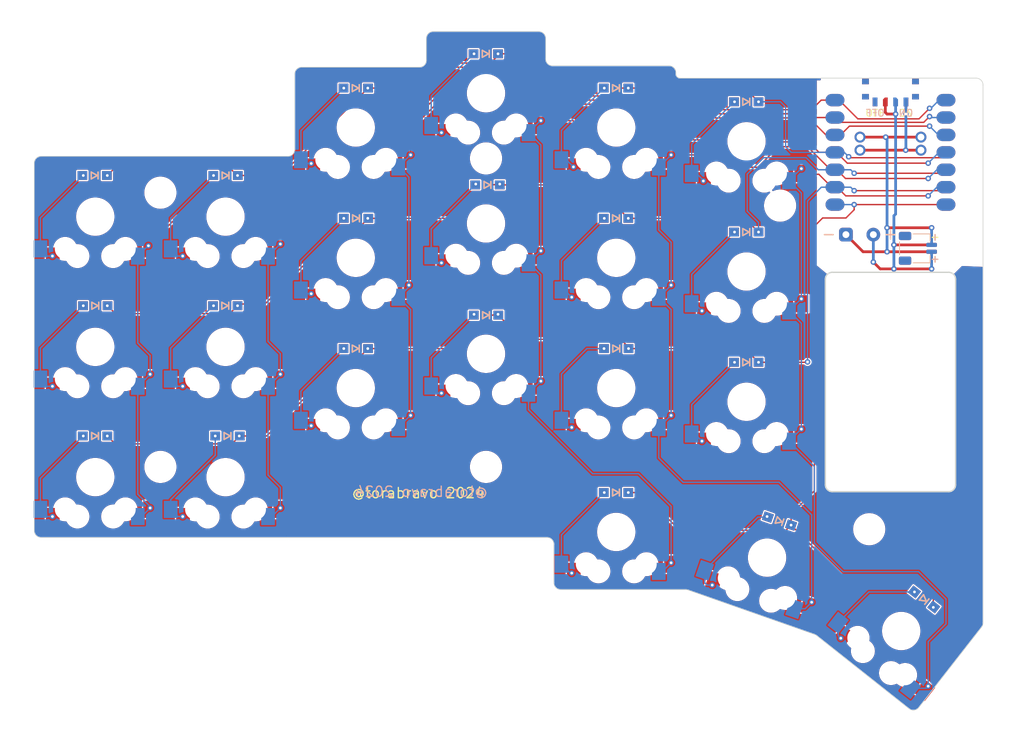
<source format=kicad_pcb>
(kicad_pcb (version 20240108) (generator "pcbnew") (generator_version "8.0")
  (layers (0 "F.Cu" signal) (31 "B.Cu" signal) (34 "B.Paste" user) (35 "F.Paste" user) (36 "B.SilkS" user "B.Silkscreen") (37 "F.SilkS" user "F.Silkscreen") (38 "B.Mask" user) (39 "F.Mask" user) (44 "Edge.Cuts" user))
  (net 0 "")
  (net 1 "R0")
  (net 2 "Net-(D1-A)")
  (net 3 "Net-(D2-A)")
  (net 4 "Net-(D3-A)")
  (net 5 "Net-(D4-A)")
  (net 6 "Net-(D5-A)")
  (net 7 "Net-(D6-A)")
  (net 8 "R1")
  (net 9 "Net-(D7-A)")
  (net 10 "Net-(D8-A)")
  (net 11 "Net-(D9-A)")
  (net 12 "Net-(D10-A)")
  (net 13 "Net-(D11-A)")
  (net 14 "Net-(D12-A)")
  (net 15 "R2")
  (net 16 "Net-(D13-A)")
  (net 17 "Net-(D14-A)")
  (net 18 "Net-(D15-A)")
  (net 19 "Net-(D16-A)")
  (net 20 "Net-(D17-A)")
  (net 21 "Net-(D18-A)")
  (net 22 "R3")
  (net 23 "Net-(D19-A)")
  (net 24 "Net-(D20-A)")
  (net 25 "Net-(D21-A)")
  (net 26 "Net-(J1-Pin_1)")
  (net 27 "B-")
  (net 28 "B+")
  (net 30 "C0")
  (net 31 "C1")
  (net 32 "C2")
  (net 33 "C3")
  (net 34 "C4")
  (net 35 "C5")
  (net 37 "+3V3")
  (net 38 "GND")
  (net 39 "+5V")
  (footprint "one:KS-27_KS-33_Hotswap_1U_DUAL" (layer "F.Cu") (at 202.067138 135.94196 -38)
    (property "Reference" "SW21")
    (property "Value" "SW_SPST" (hide yes))
  )
  (footprint "one:KS-27_KS-33_Hotswap_1U_DUAL" (layer "F.Cu") (at 122.5 81.5)
    (property "Reference" "SW9")
    (property "Value" "SW_SPST" (hide yes))
  )
  (footprint "one:Hole_4.2mm" (layer "F.Cu") (at 94 112)
    (property "Reference" "H2" (hide yes))
    (property "Value" "MountingHole" (hide yes))
  )
  (footprint "one:Hole_4.2mm" (layer "F.Cu") (at 94 72)
    (property "Reference" "H1" (hide yes))
    (property "Value" "MountingHole" (hide yes))
  )
  (footprint "one:KS-27_KS-33_Hotswap_1U_DUAL" (layer "F.Cu") (at 182.5 125.24097 -19)
    (property "Reference" "SW20")
    (property "Value" "SW_SPST" (hide yes))
  )
  (footprint "one:JST_SH_Battery_DUAL" (layer "F.Cu") (at 204.5 80.11597 -90)
    (property "Reference" "J2" (hide yes))
    (property "Value" "BATT")
  )
  (footprint "one:KS-27_KS-33_Hotswap_1U_DUAL" (layer "F.Cu") (at 103.5 75.5)
    (property "Reference" "SW2")
    (property "Value" "SW_SPST" (hide yes))
  )
  (footprint "one:Hole_4.2mm" (layer "F.Cu") (at 197.4 121.09097)
    (property "Reference" "" (hide yes))
    (property "Value" "MountingHole" (hide yes))
  )
  (footprint "one:KS-27_KS-33_Hotswap_1U_DUAL" (layer "F.Cu") (at 84.5 94.49097)
    (property "Reference" "SW7")
    (property "Value" "SW_SPST" (hide yes))
  )
  (footprint "one:KS-27_KS-33_Hotswap_1U_DUAL" (layer "F.Cu") (at 160.5 62.5)
    (property "Reference" "SW5")
    (property "Value" "SW_SPST" (hide yes))
  )
  (footprint "one:KS-27_KS-33_Hotswap_1U_DUAL" (layer "F.Cu") (at 122.5 100.5)
    (property "Reference" "SW15")
    (property "Value" "SW_SPST" (hide yes))
  )
  (footprint "one:KS-27_KS-33_Hotswap_1U_DUAL" (layer "F.Cu") (at 179.5 83.5)
    (property "Reference" "SW12")
    (property "Value" "SW_SPST" (hide yes))
  )
  (footprint "one:XIAO_nRF52840_DUAL" (layer "F.Cu") (at 200.5 55.616046)
    (property "Reference" "U1" (hide yes))
    (property "Value" "XIAO_nRF52840" (hide yes))
  )
  (footprint "one:Battery" (layer "F.Cu") (at 196 78.11597 180)
    (property "Reference" "J1" (hide yes))
    (property "Value" "BATT" (hide yes))
  )
  (footprint "one:Hole_4.2mm" (layer "F.Cu") (at 141.5 112)
    (property "Reference" "H3" (hide yes))
    (property "Value" "MountingHole" (hide yes))
  )
  (footprint "one:KS-27_KS-33_Hotswap_1U_DUAL" (layer "F.Cu") (at 179.5 64.5)
    (property "Reference" "SW6")
    (property "Value" "SW_SPST" (hide yes))
  )
  (footprint "one:KS-27_KS-33_Hotswap_1U_DUAL" (layer "F.Cu") (at 160.5 100.5)
    (property "Reference" "SW17")
    (property "Value" "SW_SPST" (hide yes))
  )
  (footprint "one:KS-27_KS-33_Hotswap_1U_DUAL" (layer "F.Cu") (at 160.5 81.5)
    (property "Reference" "SW11")
    (property "Value" "SW_SPST" (hide yes))
  )
  (footprint "one:KS-27_KS-33_Hotswap_1U_DUAL" (layer "F.Cu") (at 122.5 62.5)
    (property "Reference" "SW3")
    (property "Value" "SW_SPST" (hide yes))
  )
  (footprint "one:KS-27_KS-33_Hotswap_1U_DUAL" (layer "F.Cu") (at 179.5 102.5)
    (property "Reference" "SW18")
    (property "Value" "SW_SPST" (hide yes))
  )
  (footprint "one:KS-27_KS-33_Hotswap_1U_DUAL" (layer "F.Cu") (at 103.5 94.49097)
    (property "Reference" "SW8")
    (property "Value" "SW_SPST" (hide yes))
  )
  (footprint "one:KS-27_KS-33_Hotswap_1U_DUAL" (layer "F.Cu") (at 141.5 57.49097)
    (property "Reference" "SW4")
    (property "Value" "SW_SPST" (hide yes))
  )
  (footprint "one:KS-27_KS-33_Hotswap_1U_DUAL" (layer "F.Cu") (at 160.5 121.49097)
    (property "Reference" "SW19")
    (property "Value" "SW_SPST" (hide yes))
  )
  (footprint "one:KS-27_KS-33_Hotswap_1U_DUAL" (layer "F.Cu") (at 84.5 75.5)
    (property "Reference" "SW1")
    (property "Value" "SW_SPST" (hide yes))
  )
  (footprint "one:KS-27_KS-33_Hotswap_1U_DUAL" (layer "F.Cu") (at 141.5 95.5)
    (property "Reference" "SW16")
    (property "Value" "SW_SPST" (hide yes))
  )
  (footprint "one:KS-27_KS-33_Hotswap_1U_DUAL" (layer "F.Cu") (at 103.5 113.5)
    (property "Reference" "SW14")
    (property "Value" "SW_SPST" (hide yes))
  )
  (footprint "one:Hole_4.2mm" (layer "F.Cu") (at 184.4 73.89097)
    (property "Reference" "H3" (hide yes))
    (property "Value" "MountingHole" (hide yes))
  )
  (footprint "one:KS-27_KS-33_Hotswap_1U_DUAL" (layer "F.Cu") (at 84.5 113.49097)
    (property "Reference" "SW13")
    (property "Value" "SW_SPST" (hide yes))
  )
  (footprint "one:KS-27_KS-33_Hotswap_1U_DUAL" (layer "F.Cu") (at 141.5 76.49097)
    (property "Reference" "SW10")
    (property "Value" "SW_SPST" (hide yes))
  )
  (footprint "one:Hole_4.2mm" (layer "F.Cu") (at 141.5 67)
    (property "Reference" "H3" (hide yes))
    (property "Value" "MountingHole" (hide yes))
  )
  (footprint "one:Diode_TH_SMD_DUAL" (layer "B.Cu") (at 184.309886 119.909017 161)
    (property "Reference" "D20" (hide yes))
    (property "Value" "D_Small" (hide yes))
  )
  (footprint "one:Diode_TH_SMD_DUAL" (layer "B.Cu") (at 179.4625 96.74097 180)
    (property "Reference" "D18" (hide yes))
    (property "Value" "D_Small" (hide yes))
  )
  (footprint "one:Diode_TH_SMD_DUAL" (layer "B.Cu") (at 205.408569 131.341465 142)
    (property "Reference" "D21" (hide yes))
    (property "Value" "D_Small" (hide yes))
  )
  (footprint "one:Diode_TH_SMD_DUAL" (layer "B.Cu") (at 160.4625 115.74097 180)
    (property "Reference" "D19" (hide yes))
    (property "Value" "D_Small" (hide yes))
  )
  (footprint "one:Diode_TH_SMD_DUAL" (layer "B.Cu") (at 103.5 69.49097 180)
    (property "Reference" "D2" (hide yes))
    (property "Value" "D_Small" (hide yes))
  )
  (footprint "one:Diode_TH_SMD_DUAL" (layer "B.Cu") (at 103.4625 88.49097 180)
    (property "Reference" "D8" (hide yes))
    (property "Value" "D_Small" (hide yes))
  )
  (footprint "one:Diode_TH_SMD_DUAL" (layer "B.Cu") (at 160.5 94.74097 180)
    (property "Reference" "D17" (hide yes))
    (property "Value" "D_Small" (hide yes))
  )
  (footprint "one:Diode_TH_SMD_DUAL" (layer "B.Cu") (at 179.4625 58.74097 180)
    (property "Reference" "D6" (hide yes))
    (property "Value" "D_Small" (hide yes))
  )
  (footprint "one:Diode_TH_SMD_DUAL" (layer "B.Cu") (at 84.5 88.49097 180)
    (property "Reference" "D7" (hide yes))
    (property "Value" "D_Small" (hide yes))
  )
  (footprint "one:Diode_TH_SMD_DUAL" (layer "B.Cu") (at 179.4625 77.74097 180)
    (property "Reference" "D12" (hide yes))
    (property "Value" "D_Small" (hide yes))
  )
  (footprint "one:Diode_TH_SMD_DUAL" (layer "B.Cu") (at 141.4625 51.74097 180)
    (property "Reference" "D4" (hide yes))
    (property "Value" "D_Small" (hide yes))
  )
  (footprint "one:Diode_TH_SMD_DUAL" (layer "B.Cu") (at 141.7125 70.86597 180)
    (property "Reference" "D10" (hide yes))
    (property "Value" "D_Small" (hide yes))
  )
  (footprint "one:Diode_TH_SMD_DUAL" (layer "B.Cu") (at 160.4625 56.74097 180)
    (property "Reference" "D5" (hide yes))
    (property "Value" "D_Small" (hide yes))
  )
  (footprint "one:Diode_TH_SMD_DUAL" (layer "B.Cu") (at 122.5 56.74097 180)
    (property "Reference" "D3" (hide yes))
    (property "Value" "D_Small" (hide yes))
  )
  (footprint "one:Diode_TH_SMD_DUAL" (layer "B.Cu") (at 141.5 89.86597 180)
    (property "Reference" "D16" (hide yes))
    (property "Value" "D_Small" (hide yes))
  )
  (footprint "one:Diode_TH_SMD_DUAL" (layer "B.Cu") (at 84.4625 107.49097 180)
    (property "Reference" "D13" (hide yes))
    (property "Value" "D_Small" (hide yes))
  )
  (footprint "one:Diode_TH_SMD_DUAL" (layer "B.Cu") (at 160.4625 75.74097 180)
    (property "Reference" "D11" (hide yes))
    (property "Value" "D_Small" (hide yes))
  )
  (footprint "one:MSK-12C02_DUAL" (layer "B.Cu") (at 200.5 55.616046 180)
    (property "Reference" "PWR1" (hide yes))
    (property "Value" "SW_SPDT")
  )
  (footprint "one:Diode_TH_SMD_DUAL" (layer "B.Cu") (at 122.5375 75.74097 180)
    (property "Reference" "D9" (hide yes))
    (property "Value" "D_Small" (hide yes))
  )
  (footprint "one:Diode_TH_SMD_DUAL" (layer "B.Cu") (at 84.4 69.49097 180)
    (property "Reference" "D1" (hide yes))
    (property "Value" "D_Small" (hide yes))
  )
  (footprint "one:Diode_TH_SMD_DUAL" (layer "B.Cu") (at 122.5 94.74097 180)
    (property "Reference" "D15" (hide yes))
    (property "Value" "D_Small" (hide yes))
  )
  (footprint "one:Diode_TH_SMD_DUAL" (layer "B.Cu") (at 103.7875 107.49097 180)
    (property "Reference" "D14" (hide yes))
    (property "Value" "D_Small" (hide yes))
  )
  (gr_arc (start 75.6 67.69097) (mid 75.892904 66.983883) (end 76.6 66.69097) (stroke (width 0.1)) (layer "Edge.Cuts"))
  (gr_line (start 132.8 49.49097) (end 132.8 52.69097) (stroke (width 0.1)) (layer "Edge.Cuts"))
  (gr_arc (start 113.6 54.69097) (mid 113.892893 53.983863) (end 114.6 53.69097) (stroke (width 0.1)) (layer "Edge.Cuts"))
  (gr_arc (start 191 84.61597) (mid 191.292893 83.908864) (end 192 83.61597) (stroke (width 0.2)) (layer "Edge.Cuts"))
  (gr_line (start 113.6 54.69097) (end 113.6 65.69097) (stroke (width 0.1)) (layer "Edge.Cuts"))
  (gr_line (start 168.2 53.49097) (end 151.2 53.49097) (stroke (width 0.1)) (layer "Edge.Cuts"))
  (gr_line (start 112.6 66.69097) (end 76.6 66.69097) (stroke (width 0.1)) (layer "Edge.Cuts"))
  (gr_line (start 210 84.615972) (end 210 114.61597) (stroke (width 0.2)) (layer "Edge.Cuts"))
  (gr_line (start 149.2 48.49097) (end 133.8 48.49097) (stroke (width 0.1)) (layer "Edge.Cuts"))
  (gr_line (start 75.6 67.69097) (end 75.6 121.29097) (stroke (width 0.1)) (layer "Edge.Cuts"))
  (gr_line (start 169.2 54.69097) (end 169.2 54.49097) (stroke (width 0.1)) (layer "Edge.Cuts"))
  (gr_line (start 192 83.61597) (end 209 83.615972) (stroke (width 0.2)) (layer "Edge.Cuts"))
  (gr_arc (start 132.8 49.49097) (mid 133.092893 48.783863) (end 133.8 48.49097) (stroke (width 0.1)) (layer "Edge.Cuts"))
  (gr_arc (start 213 55.29097) (mid 213.707107 55.583863) (end 214 56.29097) (stroke (width 0.1)) (layer "Edge.Cuts"))
  (gr_arc (start 192 115.615968) (mid 191.292894 115.323074) (end 191 114.615968) (stroke (width 0.2)) (layer "Edge.Cuts"))
  (gr_arc (start 132.8 52.69097) (mid 132.507107 53.398077) (end 131.8 53.69097) (stroke (width 0.1)) (layer "Edge.Cuts"))
  (gr_line (start 76.6 122.29097) (end 112.4 122.29097) (stroke (width 0.1)) (layer "Edge.Cuts"))
  (gr_line (start 131.8 53.69097) (end 114.6 53.69097) (stroke (width 0.1)) (layer "Edge.Cuts"))
  (gr_line (start 152.4 129.89097) (end 170.629567 129.89097) (stroke (width 0.1)) (layer "Edge.Cuts"))
  (gr_arc (start 209 83.615972) (mid 209.707106 83.908866) (end 210 84.615972) (stroke (width 0.2)) (layer "Edge.Cuts"))
  (gr_line (start 214 134.746655) (end 214 56.29097) (stroke (width 0.1)) (layer "Edge.Cuts"))
  (gr_arc (start 151.2 53.49097) (mid 150.492893 53.198077) (end 150.2 52.49097) (stroke (width 0.1)) (layer "Edge.Cuts"))
  (gr_arc (start 204.619619 147.097858) (mid 203.950293 147.475135) (end 203.210892 147.26626) (stroke (width 0.1)) (layer "Edge.Cuts"))
  (gr_line (start 191 114.615968) (end 191 84.61597) (stroke (width 0.2)) (layer "Edge.Cuts"))
  (gr_arc (start 189.441909 136.43547) (mid 189.593273 136.503179) (end 189.731367 136.594969) (stroke (width 0.1)) (layer "Edge.Cuts"))
  (gr_line (start 170.960811 129.947425) (end 189.441909 136.43547) (stroke (width 0.1)) (layer "Edge.Cuts"))
  (gr_line (start 112.4 122.29097) (end 150.4 122.29097) (stroke (width 0.1)) (layer "Edge.Cuts"))
  (gr_line (start 189.731367 136.594969) (end 203.210892 147.26626) (stroke (width 0.1)) (layer "Edge.Cuts"))
  (gr_line (start 208.999998 115.61597) (end 192 115.615968) (stroke (width 0.2)) (layer "Edge.Cuts"))
  (gr_line (start 151.4 123.29097) (end 151.4 128.89097) (stroke (width 0.1)) (layer "Edge.Cuts"))
  (gr_arc (start 214 134.746655) (mid 213.945535 135.07222) (end 213.788024 135.362299) (stroke (width 0.1)) (layer "Edge.Cuts"))
  (gr_arc (start 169.8 55.29097) (mid 169.375736 55.115234) (end 169.2 54.69097) (stroke (width 0.1)) (layer "Edge.Cuts"))
  (gr_arc (start 170.629567 129.89097) (mid 170.797577 129.905185) (end 170.960811 129.947425) (stroke (width 0.1)) (layer "Edge.Cuts"))
  (gr_line (start 213 55.29097) (end 169.8 55.29097) (stroke (width 0.1)) (layer "Edge.Cuts"))
  (gr_arc (start 76.6 122.29097) (mid 75.892893 121.998077) (end 75.6 121.29097) (stroke (width 0.1)) (layer "Edge.Cuts"))
  (gr_arc (start 150.4 122.29097) (mid 151.107107 122.583863) (end 151.4 123.29097) (stroke (width 0.1)) (layer "Edge.Cuts"))
  (gr_arc (start 168.2 53.49097) (mid 168.907107 53.783863) (end 169.2 54.49097) (stroke (width 0.1)) (layer "Edge.Cuts"))
  (gr_arc (start 113.6 65.69097) (mid 113.307117 66.398096) (end 112.6 66.69097) (stroke (width 0.1)) (layer "Edge.Cuts"))
  (gr_line (start 213.788024 135.362299) (end 204.619619 147.097858) (stroke (width 0.1)) (layer "Edge.Cuts"))
  (gr_arc (start 152.4 129.89097) (mid 151.692893 129.598077) (end 151.4 128.89097) (stroke (width 0.1)) (layer "Edge.Cuts"))
  (gr_line (start 150.2 52.49097) (end 150.2 49.49097) (stroke (width 0.1)) (layer "Edge.Cuts"))
  (gr_arc (start 149.2 48.49097) (mid 149.907117 48.783861) (end 150.2 49.49097) (stroke (width 0.1)) (layer "Edge.Cuts"))
  (gr_arc (start 209.999998 114.61597) (mid 209.707104 115.323076) (end 208.999998 115.61597) (stroke (width 0.2)) (layer "Edge.Cuts"))
  (gr_text "@torabravo 2024" (at 122.2 116.49097 0) (layer "B.SilkS") (effects (font (size 1.5 1.5) (thickness 0.1875)) (justify right bottom mirror)))
  (gr_text "@torabravo 2024" (at 121.8 116.69097 0) (layer "F.SilkS") (effects (font (size 1.5 1.5) (thickness 0.1875)) (justify left bottom)))
  (segment (start 136.4 53.09097) (end 142.15 53.09097) (width 0.2) (layer "F.Cu") (net 1))
  (segment (start 143.25 51.99097) (end 143.25 51.74097) (width 0.2) (layer "F.Cu") (net 1))
  (segment (start 105.2875 69.49097) (end 105.2875 69.49097) (width 0.2) (layer "F.Cu") (net 1))
  (segment (start 124.25 56.74097) (end 132.75 56.74097) (width 0.2) (layer "F.Cu") (net 1))
  (segment (start 161.0375 56.74097) (end 162.25 56.74097) (width 0.2) (layer "F.Cu") (net 1))
  (segment (start 143.25 51.74097) (end 146.25 51.74097) (width 0.2) (layer "F.Cu") (net 1))
  (segment (start 124.25 56.74097) (end 124.2875 56.74097) (width 0.2) (layer "F.Cu") (net 1))
  (segment (start 159.5375 55.24097) (end 161.0375 56.74097) (width 0.2) (layer "F.Cu") (net 1))
  (segment (start 103.6125 67.89097) (end 105.25 69.52847) (width 0.2) (layer "F.Cu") (net 1))
  (segment (start 149.75 55.24097) (end 159.5375 55.24097) (width 0.2) (layer "F.Cu") (net 1))
  (segment (start 194.543 66.899046) (end 208.28696 66.899046) (width 0.2) (layer "F.Cu") (net 1))
  (segment (start 86.25 69.49097) (end 87.85 67.89097) (width 0.2) (layer "F.Cu") (net 1))
  (segment (start 162.25 56.74097) (end 179.25 56.74097) (width 0.2) (layer "F.Cu") (net 1))
  (segment (start 208.28696 66.899046) (end 209.06996 66.116046) (width 0.2) (layer "F.Cu") (net 1))
  (segment (start 146.25 51.74097) (end 149.75 55.24097) (width 0.2) (layer "F.Cu") (net 1))
  (segment (start 105.25 69.52847) (end 105.25 69.49097) (width 0.2) (layer "F.Cu") (net 1))
  (segment (start 87.85 67.89097) (end 103.6125 67.89097) (width 0.2) (layer "F.Cu") (net 1))
  (segment (start 132.75 56.74097) (end 136.4 53.09097) (width 0.2) (layer "F.Cu") (net 1))
  (segment (start 105.25 69.49097) (end 111.5375 69.49097) (width 0.2) (layer "F.Cu") (net 1))
  (segment (start 111.5375 69.49097) (end 124.25 56.77847) (width 0.2) (layer "F.Cu") (net 1))
  (segment (start 179.25 56.74097) (end 181.25 58.74097) (width 0.2) (layer "F.Cu") (net 1))
  (segment (start 124.2875 56.74097) (end 124.2875 56.74097) (width 0.2) (layer "F.Cu") (net 1))
  (segment (start 142.15 53.09097) (end 143.25 51.99097) (width 0.2) (layer "F.Cu") (net 1))
  (segment (start 124.25 56.77847) (end 124.25 56.74097) (width 0.2) (layer "F.Cu") (net 1))
  (segment (start 194.4 66.756046) (end 194.543 66.899046) (width 0.2) (layer "F.Cu") (net 1))
  (segment (start 86.1875 69.49097) (end 86.25 69.49097) (width 0.2) (layer "F.Cu") (net 1))
  (segment (start 105.25 69.49097) (end 105.2875 69.49097) (width 0.2) (layer "F.Cu") (net 1))
  (via (at 194.4 66.756046) (size 0.8) (drill 0.4) (layers "F.Cu" "B.Cu") (net 1))
  (via (at 105.25 69.49097) (size 0.8) (drill 0.4) (layers "F.Cu" "B.Cu") (net 1))
  (via (at 124.25 56.74097) (size 0.8) (drill 0.4) (layers "F.Cu" "B.Cu") (net 1))
  (via (at 143.25 51.74097) (size 0.8) (drill 0.4) (layers "F.Cu" "B.Cu") (net 1))
  (via (at 86.25 69.49097) (size 0.8) (drill 0.4) (layers "F.Cu" "B.Cu") (net 1))
  (via (at 162.25 56.74097) (size 0.8) (drill 0.4) (layers "F.Cu" "B.Cu") (net 1))
  (via (at 181.25 58.74097) (size 0.8) (drill 0.4) (layers "F.Cu" "B.Cu") (net 1))
  (segment (start 185.2 59.49097) (end 184.45 58.74097) (width 0.2) (layer "B.Cu") (net 1))
  (segment (start 191.93004 66.116046) (end 186.025076 66.116046) (width 0.2) (layer "B.Cu") (net 1))
  (segment (start 193.76 66.116046) (end 191.93004 66.116046) (width 0.2) (layer "B.Cu") (net 1))
  (segment (start 184.45 58.74097) (end 181.25 58.74097) (width 0.2) (layer "B.Cu") (net 1))
  (segment (start 185.2 65.29097) (end 185.2 59.49097) (width 0.2) (layer "B.Cu") (net 1))
  (segment (start 186.025076 66.116046) (end 185.2 65.29097) (width 0.2) (layer "B.Cu") (net 1))
  (segment (start 194.4 66.756046) (end 193.76 66.116046) (width 0.2) (layer "B.Cu") (net 1))
  (via (at 82.75 69.49097) (size 0.8) (drill 0.4) (layers "F.Cu" "B.Cu") (net 2))
  (via (at 78.25 81.24097) (size 0.8) (drill 0.4) (layers "F.Cu" "B.Cu") (net 2))
  (segment (start 82.75 69.41597) (end 76.5 75.66597) (width 0.2) (layer "B.Cu") (net 2))
  (segment (start 77.5 81.24097) (end 78.25 81.24097) (width 0.2) (layer "B.Cu") (net 2))
  (segment (start 82.75 69.49097) (end 82.75 69.41597) (width 0.2) (layer "B.Cu") (net 2))
  (segment (start 78.25 81.24097) (end 78.524675 81.24097) (width 0.2) (layer "B.Cu") (net 2))
  (segment (start 76.5 75.66597) (end 76.5 80.2) (width 0.2) (layer "B.Cu") (net 2))
  (segment (start 76.5 80.2) (end 76.5 80.24097) (width 0.2) (layer "B.Cu") (net 2))
  (segment (start 82.675 69.49097) (end 82.75 69.49097) (width 0.2) (layer "B.Cu") (net 2))
  (segment (start 76.5 80.24097) (end 77.5 81.24097) (width 0.2) (layer "B.Cu") (net 2))
  (segment (start 82.675 69.49097) (end 82.675 69.49097) (width 0.2) (layer "B.Cu") (net 2))
  (via (at 101.75 69.49097) (size 0.8) (drill 0.4) (layers "F.Cu" "B.Cu") (net 3))
  (via (at 97.25 81.24097) (size 0.8) (drill 0.4) (layers "F.Cu" "B.Cu") (net 3))
  (segment (start 101.7125 69.49097) (end 101.7125 69.49097) (width 0.2) (layer "B.Cu") (net 3))
  (segment (start 96.75 81.24097) (end 97.25 81.24097) (width 0.2) (layer "B.Cu") (net 3))
  (segment (start 101.75 69.49097) (end 101.75 69.45347) (width 0.2) (layer "B.Cu") (net 3))
  (segment (start 95.5 75.70347) (end 95.5 80.2) (width 0.2) (layer "B.Cu") (net 3))
  (segment (start 96.54097 81.24097) (end 96.75 81.24097) (width 0.2) (layer "B.Cu") (net 3))
  (segment (start 95.5 80.2) (end 96.54097 81.24097) (width 0.2) (layer "B.Cu") (net 3))
  (segment (start 101.75 69.45347) (end 95.5 75.70347) (width 0.2) (layer "B.Cu") (net 3))
  (segment (start 101.7125 69.49097) (end 101.75 69.49097) (width 0.2) (layer "B.Cu") (net 3))
  (via (at 120.75 56.74097) (size 0.8) (drill 0.4) (layers "F.Cu" "B.Cu") (net 4))
  (via (at 116 67.74097) (size 0.8) (drill 0.4) (layers "F.Cu" "B.Cu") (net 4))
  (segment (start 120.7125 56.74097) (end 120.7125 56.74097) (width 0.2) (layer "B.Cu") (net 4))
  (segment (start 115.04097 67.74097) (end 116 67.74097) (width 0.2) (layer "B.Cu") (net 4))
  (segment (start 114.5 62.95347) (end 114.5 67.2) (width 0.2) (layer "B.Cu") (net 4))
  (segment (start 120.75 56.70347) (end 114.5 62.95347) (width 0.2) (layer "B.Cu") (net 4))
  (segment (start 120.7125 56.74097) (end 120.75 56.74097) (width 0.2) (layer "B.Cu") (net 4))
  (segment (start 120.75 56.74097) (end 120.75 56.70347) (width 0.2) (layer "B.Cu") (net 4))
  (segment (start 114.5 67.2) (end 115.04097 67.74097) (width 0.2) (layer "B.Cu") (net 4))
  (via (at 139.75 51.74097) (size 0.8) (drill 0.4) (layers "F.Cu" "B.Cu") (net 5))
  (via (at 135 63.24097) (size 0.8) (drill 0.4) (layers "F.Cu" "B.Cu") (net 5))
  (segment (start 134.55 63.24097) (end 135 63.24097) (width 0.2) (layer "B.Cu") (net 5))
  (segment (start 133.5 57.91597) (end 133.5 62.19097) (width 0.2) (layer "B.Cu") (net 5))
  (segment (start 139.675 51.74097) (end 139.75 51.74097) (width 0.2) (layer "B.Cu") (net 5))
  (segment (start 139.675 51.74097) (end 139.675 51.74097) (width 0.2) (layer "B.Cu") (net 5))
  (segment (start 135 63.24097) (end 135.25 63.24097) (width 0.2) (layer "B.Cu") (net 5))
  (segment (start 133.5 62.19097) (end 134.55 63.24097) (width 0.2) (layer "B.Cu") (net 5))
  (segment (start 139.75 51.66597) (end 133.5 57.91597) (width 0.2) (layer "B.Cu") (net 5))
  (segment (start 139.75 51.74097) (end 139.75 51.66597) (width 0.2) (layer "B.Cu") (net 5))
  (via (at 158.75 56.74097) (size 0.8) (drill 0.4) (layers "F.Cu" "B.Cu") (net 6))
  (via (at 154.25 68.24097) (size 0.8) (drill 0.4) (layers "F.Cu" "B.Cu") (net 6))
  (segment (start 152.5 67.2) (end 153.20903 67.2) (width 0.2) (layer "B.Cu") (net 6))
  (segment (start 158.75 56.66597) (end 152.5 62.91597) (width 0.2) (layer "B.Cu") (net 6))
  (segment (start 153.20903 67.2) (end 154.25 68.24097) (width 0.2) (layer "B.Cu") (net 6))
  (segment (start 152.5 62.91597) (end 152.5 67.2) (width 0.2) (layer "B.Cu") (net 6))
  (segment (start 158.675 56.74097) (end 158.675 56.74097) (width 0.2) (layer "B.Cu") (net 6))
  (segment (start 158.75 56.74097) (end 158.75 56.66597) (width 0.2) (layer "B.Cu") (net 6))
  (segment (start 158.675 56.74097) (end 158.75 56.74097) (width 0.2) (layer "B.Cu") (net 6))
  (via (at 177.75 58.74097) (size 0.8) (drill 0.4) (layers "F.Cu" "B.Cu") (net 7))
  (via (at 173.2 70.29097) (size 0.8) (drill 0.4) (layers "F.Cu" "B.Cu") (net 7))
  (segment (start 173.2 70.19097) (end 173.2 70.29097) (width 0.2) (layer "B.Cu") (net 7))
  (segment (start 173.2 70.29097) (end 173.3 70.29097) (width 0.2) (layer "B.Cu") (net 7))
  (segment (start 177.675 58.74097) (end 177.675 58.74097) (width 0.2) (layer "B.Cu") (net 7))
  (segment (start 177.75 58.74097) (end 177.75 58.66597) (width 0.2) (layer "B.Cu") (net 7))
  (segment (start 172.20903 69.2) (end 173.2 70.19097) (width 0.2) (layer "B.Cu") (net 7))
  (segment (start 171.5 69.2) (end 172.20903 69.2) (width 0.2) (layer "B.Cu") (net 7))
  (segment (start 177.675 58.74097) (end 177.75 58.74097) (width 0.2) (layer "B.Cu") (net 7))
  (segment (start 173.3 70.29097) (end 173.25 70.24097) (width 0.2) (layer "B.Cu") (net 7))
  (segment (start 171.5 64.91597) (end 171.5 69.2) (width 0.2) (layer "B.Cu") (net 7))
  (segment (start 177.75 58.66597) (end 171.5 64.91597) (width 0.2) (layer "B.Cu") (net 7))
  (segment (start 124.325 75.74097) (end 124.325 75.74097) (width 0.2) (layer "F.Cu") (net 8))
  (segment (start 105.5 88.24097) (end 109.25 88.24097) (width 0.2) (layer "F.Cu") (net 8))
  (segment (start 179.25 75.74097) (end 181.25 77.74097) (width 0.2) (layer "F.Cu") (net 8))
  (segment (start 86.2875 88.49097) (end 86.2875 88.49097) (width 0.2) (layer "F.Cu") (net 8))
  (segment (start 119.75 77.74097) (end 122.325 77.74097) (width 0.2) (layer "F.Cu") (net 8))
  (segment (start 208.56196 69.164046) (end 209.06996 68.656046) (width 0.2) (layer "F.Cu") (net 8))
  (segment (start 122.325 77.74097) (end 124.25 75.81597) (width 0.2) (layer "F.Cu") (net 8))
  (segment (start 195.2 69.164046) (end 208.56196 69.164046) (width 0.2) (layer "F.Cu") (net 8))
  (segment (start 109.25 88.24097) (end 119.75 77.74097) (width 0.2) (layer "F.Cu") (net 8))
  (segment (start 124.25 75.74097) (end 137.5 75.74097) (width 0.2) (layer "F.Cu") (net 8))
  (segment (start 162.25 75.74097) (end 179.25 75.74097) (width 0.2) (layer "F.Cu") (net 8))
  (segment (start 86.25 88.45347) (end 87.4375 89.64097) (width 0.2) (layer "F.Cu") (net 8))
  (segment (start 104.1 89.64097) (end 105.25 88.49097) (width 0.2) (layer "F.Cu") (net 8))
  (segment (start 137.5 75.74097) (end 142.375 70.86597) (width 0.2) (layer "F.Cu") (net 8))
  (segment (start 157.375 70.86597) (end 162.25 75.74097) (width 0.2) (layer "F.Cu") (net 8))
  (segment (start 87.4375 89.64097) (end 104.1 89.64097) (width 0.2) (layer "F.Cu") (net 8))
  (segment (start 143.5 70.74097) (end 143.5 70.86597) (width 0.2) (layer "F.Cu") (net 8))
  (segment (start 86.2875 88.49097) (end 86.25 88.49097) (width 0.2) (layer "F.Cu") (net 8))
  (segment (start 142.375 70.86597) (end 143.5 70.74097) (width 0.2) (layer "F.Cu") (net 8))
  (segment (start 124.25 75.74097) (end 124.325 75.74097) (width 0.2) (layer "F.Cu") (net 8))
  (segment (start 86.25 88.49097) (end 86.25 88.45347) (width 0.2) (layer "F.Cu") (net 8))
  (segment (start 143.5 70.86597) (end 157.375 70.86597) (width 0.2) (layer "F.Cu") (net 8))
  (segment (start 105.25 88.49097) (end 105.5 88.24097) (width 0.2) (layer "F.Cu") (net 8))
  (segment (start 124.25 75.81597) (end 124.25 75.74097) (width 0.2) (layer "F.Cu") (net 8))
  (via (at 124.25 75.74097) (size 0.8) (drill 0.4) (layers "F.Cu" "B.Cu") (net 8))
  (via (at 86.25 88.49097) (size 0.8) (drill 0.4) (layers "F.Cu" "B.Cu") (net 8))
  (via (at 143.5 70.74097) (size 0.8) (drill 0.4) (layers "F.Cu" "B.Cu") (net 8))
  (via (at 181.25 77.74097) (size 0.8) (drill 0.4) (layers "F.Cu" "B.Cu") (net 8))
  (via (at 195.2 69.164046) (size 0.8) (drill 0.4) (layers "F.Cu" "B.Cu") (net 8))
  (via (at 162.25 75.74097) (size 0.8) (drill 0.4) (layers "F.Cu" "B.Cu") (net 8))
  (via (at 105.25 88.49097) (size 0.8) (drill 0.4) (layers "F.Cu" "B.Cu") (net 8))
  (segment (start 195.2 69.164046) (end 194.692 68.656046) (width 0.2) (layer "B.Cu") (net 8))
  (segment (start 188.2 66.89097) (end 182 66.89097) (width 0.2) (layer "B.Cu") (net 8))
  (segment (start 191.93004 68.656046) (end 189.965076 68.656046) (width 0.2) (layer "B.Cu") (net 8))
  (segment (start 179.6 69.29097) (end 179.6 74.69097) (width 0.2) (layer "B.Cu") (net 8))
  (segment (start 181.25 76.34097) (end 181.25 77.74097) (width 0.2) (layer "B.Cu") (net 8))
  (segment (start 182 66.89097) (end 179.6 69.29097) (width 0.2) (layer "B.Cu") (net 8))
  (segment (start 194.692 68.656046) (end 191.93004 68.656046) (width 0.2) (layer "B.Cu") (net 8))
  (segment (start 189.965076 68.656046) (end 188.2 66.89097) (width 0.2) (layer "B.Cu") (net 8))
  (segment (start 179.6 74.69097) (end 181.25 76.34097) (width 0.2) (layer "B.Cu") (net 8))
  (via (at 82.75 88.49097) (size 0.8) (drill 0.4) (layers "F.Cu" "B.Cu") (net 9))
  (via (at 78.25 100.24097) (size 0.8) (drill 0.4) (layers "F.Cu" "B.Cu") (net 9))
  (segment (start 77.25 100.24097) (end 78.25 100.24097) (width 0.2) (layer "B.Cu") (net 9))
  (segment (start 76.5 94.66597) (end 76.5 99.19097) (width 0.2) (layer "B.Cu") (net 9))
  (segment (start 82.75 88.49097) (end 82.75 88.41597) (width 0.2) (layer "B.Cu") (net 9))
  (segment (start 82.75 88.41597) (end 76.5 94.66597) (width 0.2) (layer "B.Cu") (net 9))
  (segment (start 76.5 99.19097) (end 76.5 99.49097) (width 0.2) (layer "B.Cu") (net 9))
  (segment (start 76.5 99.49097) (end 77.25 100.24097) (width 0.2) (layer "B.Cu") (net 9))
  (segment (start 82.675 88.49097) (end 82.75 88.49097) (width 0.2) (layer "B.Cu") (net 9))
  (segment (start 82.675 88.49097) (end 82.675 88.49097) (width 0.2) (layer "B.Cu") (net 9))
  (via (at 97.25 100.24097) (size 0.8) (drill 0.4) (layers "F.Cu" "B.Cu") (net 10))
  (via (at 101.75 88.49097) (size 0.8) (drill 0.4) (layers "F.Cu" "B.Cu") (net 10))
  (segment (start 101.75 88.49097) (end 101.75 88.41597) (width 0.2) (layer "B.Cu") (net 10))
  (segment (start 101.675 88.49097) (end 101.675 88.49097) (width 0.2) (layer "B.Cu") (net 10))
  (segment (start 96.5 100.24097) (end 97.25 100.24097) (width 0.2) (layer "B.Cu") (net 10))
  (segment (start 96.5 100.19097) (end 96.5 100.24097) (width 0.2) (layer "B.Cu") (net 10))
  (segment (start 101.75 88.41597) (end 95.5 94.66597) (width 0.2) (layer "B.Cu") (net 10))
  (segment (start 95.5 94.66597) (end 95.5 99.19097) (width 0.2) (layer "B.Cu") (net 10))
  (segment (start 101.675 88.49097) (end 101.75 88.49097) (width 0.2) (layer "B.Cu") (net 10))
  (segment (start 95.5 99.19097) (end 96.5 100.19097) (width 0.2) (layer "B.Cu") (net 10))
  (via (at 120.75 75.74097) (size 0.8) (drill 0.4) (layers "F.Cu" "B.Cu") (net 11))
  (via (at 116 86.74097) (size 0.8) (drill 0.4) (layers "F.Cu" "B.Cu") (net 11))
  (segment (start 114.5 81.99097) (end 114.5 86.2) (width 0.2) (layer "B.Cu") (net 11))
  (segment (start 120.75 75.74097) (end 114.5 81.99097) (width 0.2) (layer "B.Cu") (net 11))
  (segment (start 116 86.74097) (end 115.04097 86.74097) (width 0.2) (layer "B.Cu") (net 11))
  (segment (start 115.04097 86.74097) (end 114.5 86.2) (width 0.2) (layer "B.Cu") (net 11))
  (via (at 135 82.24097) (size 0.8) (drill 0.4) (layers "F.Cu" "B.Cu") (net 12))
  (via (at 140 70.74097) (size 0.8) (drill 0.4) (layers "F.Cu" "B.Cu") (net 12))
  (segment (start 133.5 77.29097) (end 133.5 81.19097) (width 0.2) (layer "B.Cu") (net 12))
  (segment (start 135 82.24097) (end 135.25 82.24097) (width 0.2) (layer "B.Cu") (net 12))
  (segment (start 134.55 82.24097) (end 135 82.24097) (width 0.2) (layer "B.Cu") (net 12))
  (segment (start 139.925 70.86597) (end 140 70.74097) (width 0.2) (layer "B.Cu") (net 12))
  (segment (start 133.5 81.19097) (end 134.55 82.24097) (width 0.2) (layer "B.Cu") (net 12))
  (segment (start 140 70.74097) (end 133.5 77.29097) (width 0.2) (layer "B.Cu") (net 12))
  (via (at 158.75 75.74097) (size 0.8) (drill 0.4) (layers "F.Cu" "B.Cu") (net 13))
  (via (at 154 87.24097) (size 0.8) (drill 0.4) (layers "F.Cu" "B.Cu") (net 13))
  (segment (start 152.5 81.91597) (end 158.675 75.74097) (width 0.2) (layer "B.Cu") (net 13))
  (segment (start 158.675 75.74097) (end 158.75 75.74097) (width 0.2) (layer "B.Cu") (net 13))
  (segment (start 152.5 86.2) (end 152.95903 86.2) (width 0.2) (layer "B.Cu") (net 13))
  (segment (start 158.75 75.66597) (end 158.675 75.74097) (width 0.2) (layer "B.Cu") (net 13))
  (segment (start 152.5 86.2) (end 152.5 81.91597) (width 0.2) (layer "B.Cu") (net 13))
  (segment (start 158.75 75.74097) (end 158.75 75.66597) (width 0.2) (layer "B.Cu") (net 13))
  (segment (start 152.95903 86.2) (end 154 87.24097) (width 0.2) (layer "B.Cu") (net 13))
  (via (at 173 89.24097) (size 0.8) (drill 0.4) (layers "F.Cu" "B.Cu") (net 14))
  (via (at 177.75 77.74097) (size 0.8) (drill 0.4) (layers "F.Cu" "B.Cu") (net 14))
  (segment (start 177.75 77.66597) (end 171.5 83.91597) (width 0.2) (layer "B.Cu") (net 14))
  (segment (start 171.95903 88.2) (end 173 89.24097) (width 0.2) (layer "B.Cu") (net 14))
  (segment (start 177.675 77.74097) (end 177.675 77.74097) (width 0.2) (layer "B.Cu") (net 14))
  (segment (start 177.675 77.74097) (end 177.75 77.74097) (width 0.2) (layer "B.Cu") (net 14))
  (segment (start 177.75 77.74097) (end 177.75 77.66597) (width 0.2) (layer "B.Cu") (net 14))
  (segment (start 171.5 88.2) (end 171.95903 88.2) (width 0.2) (layer "B.Cu") (net 14))
  (segment (start 171.5 83.91597) (end 171.5 88.2) (width 0.2) (layer "B.Cu") (net 14))
  (segment (start 124.2875 94.74097) (end 124.2875 94.74097) (width 0.2) (layer "F.Cu") (net 15))
  (segment (start 109.5 107.49097) (end 120.25 96.74097) (width 0.2) (layer "F.Cu") (net 15))
  (segment (start 86.25 107.49097) (end 87.4 108.64097) (width 0.2) (layer "F.Cu") (net 15))
  (segment (start 120.25 96.74097) (end 122.2875 96.74097) (width 0.2) (layer "F.Cu") (net 15))
  (segment (start 146.8125 93.39097) (end 143.2875 89.86597) (width 0.2) (layer "F.Cu") (net 15))
  (segment (start 124.25 94.74097) (end 124.2875 94.74097) (width 0.2) (layer "F.Cu") (net 15))
  (segment (start 143.25 89.74097) (end 143.2875 89.86597) (width 0.2) (layer "F.Cu") (net 15))
  (segment (start 105.5 107.49097) (end 109.5 107.49097) (width 0.2) (layer "F.Cu") (net 15))
  (segment (start 179.25 94.74097) (end 181.25 96.74097) (width 0.2) (layer "F.Cu") (net 15))
  (segment (start 188.4 96.69097) (end 188.35 96.74097) (width 0.2) (layer "F.Cu") (net 15))
  (segment (start 188.35 96.74097) (end 181.25 96.74097) (width 0.2) (layer "F.Cu") (net 15))
  (segment (start 162.2875 94.74097) (end 179.25 94.74097) (width 0.2) (layer "F.Cu") (net 15))
  (segment (start 208.56196 71.704046) (end 209.06996 71.196046) (width 0.2) (layer "F.Cu") (net 15))
  (segment (start 87.4 108.64097) (end 104.425 108.64097) (width 0.2) (layer "F.Cu") (net 15))
  (segment (start 195.2 71.704046) (end 208.56196 71.704046) (width 0.2) (layer "F.Cu") (net 15))
  (segment (start 161.1375 93.39097) (end 146.8125 93.39097) (width 0.2) (layer "F.Cu") (net 15))
  (segment (start 124.2875 94.74097) (end 137.5 94.74097) (width 0.2) (layer "F.Cu") (net 15))
  (segment (start 122.2875 96.74097) (end 124.25 94.77847) (width 0.2) (layer "F.Cu") (net 15))
  (segment (start 142.375 89.86597) (end 143.25 89.74097) (width 0.2) (layer "F.Cu") (net 15))
  (segment (start 104.425 108.64097) (end 105.575 107.49097) (width 0.2) (layer "F.Cu") (net 15))
  (segment (start 162.2875 94.74097) (end 162.2875 94.54097) (width 0.2) (layer "F.Cu") (net 15))
  (segment (start 137.5 94.74097) (end 142.375 89.86597) (width 0.2) (layer "F.Cu") (net 15))
  (segment (start 162.2875 94.54097) (end 161.1375 93.39097) (width 0.2) (layer "F.Cu") (net 15))
  (segment (start 124.25 94.77847) (end 124.25 94.74097) (width 0.2) (layer "F.Cu") (net 15))
  (via (at 162.2875 94.74097) (size 0.8) (drill 0.4) (layers "F.Cu" "B.Cu") (net 15))
  (via (at 143.25 89.74097) (size 0.8) (drill 0.4) (layers "F.Cu" "B.Cu") (net 15))
  (via (at 105.5 107.49097) (size 0.8) (drill 0.4) (layers "F.Cu" "B.Cu") (net 15))
  (via (at 124.25 94.74097) (size 0.8) (drill 0.4) (layers "F.Cu" "B.Cu") (net 15))
  (via (at 195.2 71.704046) (size 0.8) (drill 0.4) (layers "F.Cu" "B.Cu") (net 15))
  (via (at 86.25 107.49097) (size 0.8) (drill 0.4) (layers "F.Cu" "B.Cu") (net 15))
  (via (at 181.25 96.74097) (size 0.8) (drill 0.4) (layers "F.Cu" "B.Cu") (net 15))
  (via (at 188.4 96.69097) (size 0.8) (drill 0.4) (layers "F.Cu" "B.Cu") (net 15))
  (segment (start 194.692 71.196046) (end 191.93004 71.196046) (width 0.2) (layer "B.Cu") (net 15))
  (segment (start 189.062538 72.553508) (end 188.4 73.216046) (width 0.2) (layer "B.Cu") (net 15))
  (segment (start 195.2 71.704046) (end 194.692 71.196046) (width 0.2) (layer "B.Cu") (net 15))
  (segment (start 188.4 73.216046) (end 188.4 96.69097) (width 0.2) (layer "B.Cu") (net 15))
  (segment (start 189.062538 72.553508) (end 190.42 71.196046) (width 0.2) (layer "B.Cu") (net 15))
  (segment (start 190.42 71.196046) (end 191.93004 71.196046) (width 0.2) (layer "B.Cu") (net 15))
  (via (at 82.75 107.49097) (size 0.8) (drill 0.4) (layers "F.Cu" "B.Cu") (net 16))
  (via (at 78.25 119.24097) (size 0.8) (drill 0.4) (layers "F.Cu" "B.Cu") (net 16))
  (segment (start 82.75 107.49097) (end 82.75 107.41597) (width 0.2) (layer "B.Cu") (net 16))
  (segment (start 76.5 118.24097) (end 77.5 119.24097) (width 0.2) (layer "B.Cu") (net 16))
  (segment (start 76.5 113.66597) (end 76.5 118.19097) (width 0.2) (layer "B.Cu") (net 16))
  (segment (start 82.75 107.41597) (end 76.5 113.66597) (width 0.2) (layer "B.Cu") (net 16))
  (segment (start 76.5 118.19097) (end 76.5 118.24097) (width 0.2) (layer "B.Cu") (net 16))
  (segment (start 82.675 107.49097) (end 82.675 107.49097) (width 0.2) (layer "B.Cu") (net 16))
  (segment (start 77.5 119.24097) (end 78.25 119.24097) (width 0.2) (layer "B.Cu") (net 16))
  (segment (start 82.675 107.49097) (end 82.75 107.49097) (width 0.2) (layer "B.Cu") (net 16))
  (via (at 102 107.49097) (size 0.8) (drill 0.4) (layers "F.Cu" "B.Cu") (net 17))
  (via (at 97.25 119.24097) (size 0.8) (drill 0.4) (layers "F.Cu" "B.Cu") (net 17))
  (segment (start 95.5 116.79097) (end 95.5 118.2) (width 0.2) (layer "B.Cu") (net 17))
  (segment (start 96.5 119.24097) (end 97.25 119.24097) (width 0.2) (layer "B.Cu") (net 17))
  (segment (start 102 107.49097) (end 102 110.29097) (width 0.2) (layer "B.Cu") (net 17))
  (segment (start 102 110.29097) (end 95.5 116.79097) (width 0.2) (layer "B.Cu") (net 17))
  (segment (start 95.5 118.2) (end 96.5 119.2) (width 0.2) (layer "B.Cu") (net 17))
  (segment (start 96.5 119.2) (end 96.5 119.24097) (width 0.2) (layer "B.Cu") (net 17))
  (via (at 116 105.99097) (size 0.8) (drill 0.4) (layers "F.Cu" "B.Cu") (net 18))
  (via (at 120.75 94.74097) (size 0.8) (drill 0.4) (layers "F.Cu" "B.Cu") (net 18))
  (segment (start 120.7125 94.74097) (end 120.7125 94.74097) (width 0.2) (layer "B.Cu") (net 18))
  (segment (start 114.5 100.95347) (end 114.5 105.2) (width 0.2) (layer "B.Cu") (net 18))
  (segment (start 120.75 94.74097) (end 120.75 94.70347) (width 0.2) (layer "B.Cu") (net 18))
  (segment (start 120.75 94.70347) (end 114.5 100.95347) (width 0.2) (layer "B.Cu") (net 18))
  (segment (start 120.7125 94.74097) (end 120.75 94.74097) (width 0.2) (layer "B.Cu") (net 18))
  (segment (start 115.29097 105.99097) (end 114.5 105.2) (width 0.2) (layer "B.Cu") (net 18))
  (segment (start 116 105.99097) (end 115.29097 105.99097) (width 0.2) (layer "B.Cu") (net 18))
  (via (at 135 101.24097) (size 0.8) (drill 0.4) (layers "F.Cu" "B.Cu") (net 19))
  (via (at 139.75 89.74097) (size 0.8) (drill 0.4) (layers "F.Cu" "B.Cu") (net 19))
  (segment (start 133.5 100.2) (end 134.54097 101.24097) (width 0.2) (layer "B.Cu") (net 19))
  (segment (start 135 101.24097) (end 135.25 101.24097) (width 0.2) (layer "B.Cu") (net 19))
  (segment (start 134.54097 101.24097) (end 135 101.24097) (width 0.2) (layer "B.Cu") (net 19))
  (segment (start 133.5 96.07847) (end 139.75 89.74097) (width 0.2) (layer "B.Cu") (net 19))
  (segment (start 139.75 89.74097) (end 139.7125 89.86597) (width 0.2) (layer "B.Cu") (net 19))
  (segment (start 133.5 100.2) (end 133.5 96.07847) (width 0.2) (layer "B.Cu") (net 19))
  (via (at 154 106.24097) (size 0.8) (drill 0.4) (layers "F.Cu" "B.Cu") (net 20))
  (via (at 158.7125 94.74097) (size 0.8) (drill 0.4) (layers "F.Cu" "B.Cu") (net 20))
  (segment (start 154 106.24097) (end 154.25 106.24097) (width 0.2) (layer "B.Cu") (net 20))
  (segment (start 156.2125 94.74097) (end 152.5 98.45347) (width 0.2) (layer "B.Cu") (net 20))
  (segment (start 158.7125 94.74097) (end 156.2125 94.74097) (width 0.2) (layer "B.Cu") (net 20))
  (segment (start 152.5 105.2) (end 153.54097 106.24097) (width 0.2) (layer "B.Cu") (net 20))
  (segment (start 152.5 98.45347) (end 152.5 105.2) (width 0.2) (layer "B.Cu") (net 20))
  (segment (start 153.54097 106.24097) (end 154 106.24097) (width 0.2) (layer "B.Cu") (net 20))
  (via (at 177.75 96.74097) (size 0.8) (drill 0.4) (layers "F.Cu" "B.Cu") (net 21))
  (via (at 173 108.24097) (size 0.8) (drill 0.4) (layers "F.Cu" "B.Cu") (net 21))
  (segment (start 177.75 96.66597) (end 171.5 102.91597) (width 0.2) (layer "B.Cu") (net 21))
  (segment (start 177.675 96.74097) (end 177.75 96.74097) (width 0.2) (layer "B.Cu") (net 21))
  (segment (start 177.675 96.74097) (end 177.675 96.74097) (width 0.2) (layer "B.Cu") (net 21))
  (segment (start 171.95903 107.2) (end 173 108.24097) (width 0.2) (layer "B.Cu") (net 21))
  (segment (start 171.5 107.2) (end 171.95903 107.2) (width 0.2) (layer "B.Cu") (net 21))
  (segment (start 177.75 96.74097) (end 177.75 96.66597) (width 0.2) (layer "B.Cu") (net 21))
  (segment (start 171.5 102.91597) (end 171.5 107.2) (width 0.2) (layer "B.Cu") (net 21))
  (segment (start 194 75.69097) (end 190.6 75.69097) (width 0.2) (layer "F.Cu") (net 22))
  (segment (start 186 118.89097) (end 186 120.49097) (width 0.2) (layer "F.Cu") (net 22))
  (segment (start 186 120.49097) (end 194 128.49097) (width 0.2) (layer "F.Cu") (net 22))
  (segment (start 164.25 115.74097) (end 169.75 121.24097) (width 0.2) (layer "F.Cu") (net 22))
  (segment (start 169.75 121.24097) (end 185.25 121.24097) (width 0.2) (layer "F.Cu") (net 22))
  (segment (start 162.25 115.74097) (end 164.25 115.74097) (width 0.2) (layer "F.Cu") (net 22))
  (segment (start 195.2 74.49097) (end 194 75.69097) (width 0.2) (layer "F.Cu") (net 22))
  (segment (start 185.25 121.24097) (end 186 120.49097) (width 0.2) (layer "F.Cu") (net 22))
  (segment (start 189.4 76.89097) (end 189.4 115.49097) (width 0.2) (layer "F.Cu") (net 22))
  (segment (start 206.75 130.64097) (end 206.75 132.49097) (width 0.2) (layer "F.Cu") (net 22))
  (segment (start 189.4 115.49097) (end 186 118.89097) (width 0.2) (layer "F.Cu") (net 22))
  (segment (start 190.6 75.69097) (end 189.4 76.89097) (width 0.2) (layer "F.Cu") (net 22))
  (segment (start 194 128.49097) (end 204.6 128.49097) (width 0.2) (layer "F.Cu") (net 22))
  (segment (start 195.2 73.736046) (end 195.2 74.49097) (width 0.2) (layer "F.Cu") (net 22))
  (segment (start 204.6 128.49097) (end 206.75 130.64097) (width 0.2) (layer "F.Cu") (net 22))
  (segment (start 209.06996 73.736046) (end 195.2 73.736046) (width 0.2) (layer "F.Cu") (net 22))
  (segment (start 206.75 132.49097) (end 206.817138 132.44196) (width 0.2) (layer "F.Cu") (net 22))
  (via (at 162.25 115.74097) (size 0.8) (drill 0.4) (layers "F.Cu" "B.Cu") (net 22))
  (via (at 206.75 132.49097) (size 0.8) (drill 0.4) (layers "F.Cu" "B.Cu") (net 22))
  (via (at 195.2 73.736046) (size 0.8) (drill 0.4) (layers "F.Cu" "B.Cu") (net 22))
  (via (at 186 120.49097) (size 0.8) (drill 0.4) (layers "F.Cu" "B.Cu") (net 22))
  (segment (start 195.2 73.736046) (end 191.93004 73.736046) (width 0.2) (layer "B.Cu") (net 22))
  (via (at 158.75 115.74097) (size 0.8) (drill 0.4) (layers "F.Cu" "B.Cu") (net 23))
  (via (at 154 127.49097) (size 0.8) (drill 0.4) (layers "F.Cu" "B.Cu") (net 23))
  (segment (start 158.675 115.74097) (end 158.75 115.74097) (width 0.2) (layer "B.Cu") (net 23))
  (segment (start 153.8 127.49097) (end 154 127.49097) (width 0.2) (layer "B.Cu") (net 23))
  (segment (start 152.5 121.91597) (end 152.5 126.19097) (width 0.2) (layer "B.Cu") (net 23))
  (segment (start 158.75 115.66597) (end 152.5 121.91597) (width 0.2) (layer "B.Cu") (net 23))
  (segment (start 152.5 126.19097) (end 153.8 127.49097) (width 0.2) (layer "B.Cu") (net 23))
  (segment (start 158.675 115.74097) (end 158.675 115.74097) (width 0.2) (layer "B.Cu") (net 23))
  (segment (start 158.75 115.74097) (end 158.75 115.66597) (width 0.2) (layer "B.Cu") (net 23))
  (via (at 174.5 129.24097) (size 0.8) (drill 0.4) (layers "F.Cu" "B.Cu") (net 24))
  (via (at 182.5 119.24097) (size 0.8) (drill 0.4) (layers "F.Cu" "B.Cu") (net 24))
  (segment (start 182.586094 119.327064) (end 182.5 119.24097) (width 0.2) (layer "B.Cu") (net 24))
  (segment (start 182.619772 119.327064) (end 182.586094 119.327064) (width 0.2) (layer "B.Cu") (net 24))
  (segment (start 173.75 129.24097) (end 174.5 129.24097) (width 0.2) (layer "B.Cu") (net 24))
  (segment (start 173.405681 127.080362) (end 173.405681 128.896651) (width 0.2) (layer "B.Cu") (net 24))
  (segment (start 173.405681 128.896651) (end 173.75 129.24097) (width 0.2) (layer "B.Cu") (net 24))
  (segment (start 181.158979 119.327064) (end 173.405681 127.080362) (width 0.2) (layer "B.Cu") (net 24))
  (segment (start 182.5 119.24097) (end 182.413906 119.327064) (width 0.2) (layer "B.Cu") (net 24))
  (segment (start 182.413906 119.327064) (end 181.158979 119.327064) (width 0.2) (layer "B.Cu") (net 24))
  (via (at 204 130.24097) (size 0.8) (drill 0.4) (layers "F.Cu" "B.Cu") (net 25))
  (via (at 193.25 136.99097) (size 0.8) (drill 0.4) (layers "F.Cu" "B.Cu") (net 25))
  (segment (start 204 130.24097) (end 197.348791 130.24097) (width 0.2) (layer "B.Cu") (net 25))
  (segment (start 192.869443 136.610413) (end 193.25 136.99097) (width 0.2) (layer "B.Cu") (net 25))
  (segment (start 192.869443 134.720318) (end 192.869443 136.610413) (width 0.2) (layer "B.Cu") (net 25))
  (segment (start 197.348791 130.24097) (end 192.869443 134.720318) (width 0.2) (layer "B.Cu") (net 25))
  (segment (start 199.738 60.274046) (end 199.75 60.262046) (width 0.4) (layer "F.Cu") (net 26))
  (segment (start 206.5 79.61597) (end 201 79.61597) (width 0.4) (layer "F.Cu") (net 26))
  (segment (start 199.992 60.528046) (end 199.738 60.274046) (width 0.4) (layer "F.Cu") (net 26))
  (segment (start 199 83.11597) (end 198 82.11597) (width 0.4) (layer "F.Cu") (net 26))
  (segment (start 199.75 60.262046) (end 199.75 58.756046) (width 0.4) (layer "F.Cu") (net 26))
  (segment (start 206.5 83.11597) (end 201 83.11597) (width 0.4) (layer "F.Cu") (net 26))
  (segment (start 201.25 60.528046) (end 199.992 60.528046) (width 0.4) (layer "F.Cu") (net 26))
  (segment (start 199 83.11597) (end 201 83.11597) (width 0.4) (layer "F.Cu") (net 26))
  (via (at 201 83.11597) (size 0.8) (drill 0.4) (layers "F.Cu" "B.Cu") (net 26))
  (via (at 201.25 60.528046) (size 0.8) (drill 0.4) (layers "F.Cu" "B.Cu") (net 26))
  (via (at 198 82.11597) (size 0.8) (drill 0.4) (layers "F.Cu" "B.Cu") (net 26))
  (via (at 206.5 83.11597) (size 0.8) (drill 0.4) (layers "F.Cu" "B.Cu") (net 26))
  (via (at 201 79.61597) (size 0.8) (drill 0.4) (layers "F.Cu" "B.Cu") (net 26))
  (segment (start 201 79.61597) (end 201 75.36597) (width 0.4) (layer "B.Cu") (net 26))
  (segment (start 198 82.11597) (end 198 78.11597) (width 0.4) (layer "B.Cu") (net 26))
  (segment (start 201 83.11597) (end 201 79.61597) (width 0.4) (layer "B.Cu") (net 26))
  (segment (start 201.25 75.11597) (end 201.25 58.756046) (width 0.4) (layer "B.Cu") (net 26))
  (segment (start 201 75.36597) (end 201.25 75.11597) (width 0.4) (layer "B.Cu") (net 26))
  (segment (start 206.5 80.61597) (end 206.5 83.11597) (width 0.4) (layer "B.Cu") (net 26))
  (segment (start 199.802 63.894046) (end 196.055 63.894046) (width 0.4) (layer "F.Cu") (net 27))
  (segment (start 206.5 80.61597) (end 200 80.61597) (width 0.4) (layer "F.Cu") (net 27))
  (segment (start 206.5 77.11597) (end 200 77.11597) (width 0.4) (layer "F.Cu") (net 27))
  (segment (start 194 78.11597) (end 196.5 80.61597) (width 0.4) (layer "F.Cu") (net 27))
  (segment (start 196.5 80.61597) (end 200 80.61597) (width 0.4) (layer "F.Cu") (net 27))
  (segment (start 199.802 63.894046) (end 204.945 63.894046) (width 0.4) (layer "F.Cu") (net 27))
  (via (at 200 77.11597) (size 0.8) (drill 0.4) (layers "F.Cu" "B.Cu") (net 27))
  (via (at 206.5 77.11597) (size 0.8) (drill 0.4) (layers "F.Cu" "B.Cu") (net 27))
  (via (at 200 80.61597) (size 0.8) (drill 0.4) (layers "F.Cu" "B.Cu") (net 27))
  (via (at 199.802 63.894046) (size 0.8) (drill 0.4) (layers "F.Cu" "B.Cu") (net 27))
  (segment (start 200 77.11597) (end 200 64.092046) (width 0.4) (layer "B.Cu") (net 27))
  (segment (start 200 64.092046) (end 199.802 63.894046) (width 0.4) (layer "B.Cu") (net 27))
  (segment (start 200 80.61597) (end 200 77.11597) (width 0.4) (layer "B.Cu") (net 27))
  (segment (start 206.5 79.61597) (end 206.5 77.11597) (width 0.4) (layer "B.Cu") (net 27))
  (segment (start 202.723 65.799046) (end 196.055 65.799046) (width 0.4) (layer "F.Cu") (net 28))
  (segment (start 202.75 58.756046) (end 202.75 60.528046) (width 0.4) (layer "F.Cu") (net 28))
  (segment (start 202.723 65.799046) (end 204.945 65.799046) (width 0.4) (layer "F.Cu") (net 28))
  (via (at 202.75 60.528046) (size 0.8) (drill 0.4) (layers "F.Cu" "B.Cu") (net 28))
  (via (at 202.723 65.799046) (size 0.8) (drill 0.4) (layers "F.Cu" "B.Cu") (net 28))
  (segment (start 202.75 65.772046) (end 202.75 60.528046) (width 0.4) (layer "B.Cu") (net 28))
  (segment (start 202.723 65.799046) (end 202.75 65.772046) (width 0.4) (layer "B.Cu") (net 28))
  (segment (start 202.75 58.756046) (end 202.75 60.528046) (width 0.4) (layer "B.Cu") (net 28))
  (segment (start 100.8 71.29097) (end 120.4 71.29097) (width 0.2) (layer "F.Cu") (net 30))
  (segment (start 136.648528 53.69097) (end 144.998781 53.69097) (width 0.2) (layer "F.Cu") (net 30))
  (segment (start 92.25 79.74097) (end 96.5 75.49097) (width 0.2) (layer "F.Cu") (net 30))
  (segment (start 149.198781 57.89097) (end 173.4 57.89097) (width 0.2) (layer "F.Cu") (net 30))
  (segment (start 206.2 59.69097) (end 204.662924 61.228046) (width 0.2) (layer "F.Cu") (net 30))
  (segment (start 193.005076 58.496046) (end 191.93004 58.496046) (width 0.2) (layer "F.Cu") (net 30))
  (segment (start 173.4 57.89097) (end 175.4 59.89097) (width 0.2) (layer "F.Cu") (net 30))
  (segment (start 189 59.89097) (end 190.394924 58.496046) (width 0.2) (layer "F.Cu") (net 30))
  (segment (start 190.394924 58.496046) (end 191.93004 58.496046) (width 0.2) (layer "F.Cu") (net 30))
  (segment (start 96.6 75.49097) (end 100.8 71.29097) (width 0.2) (layer "F.Cu") (net 30))
  (segment (start 130.8 58.89097) (end 131.448528 58.89097) (width 0.2) (layer "F.Cu") (net 30))
  (segment (start 122 69.69097) (end 122 67.69097) (width 0.2) (layer "F.Cu") (net 30))
  (segment (start 131.448528 58.89097) (end 136.648528 53.69097) (width 0.2) (layer "F.Cu") (net 30))
  (segment (start 204.662924 61.228046) (end 195.737076 61.228046) (width 0.2) (layer "F.Cu") (net 30))
  (segment (start 144.998781 53.69097) (end 149.198781 57.89097) (width 0.2) (layer "F.Cu") (net 30))
  (segment (start 122 67.69097) (end 130.8 58.89097) (width 0.2) (layer "F.Cu") (net 30))
  (segment (start 120.4 71.29097) (end 122 69.69097) (width 0.2) (layer "F.Cu") (net 30))
  (segment (start 175.4 59.89097) (end 189 59.89097) (width 0.2) (layer "F.Cu") (net 30))
  (segment (start 96.5 75.49097) (end 96.6 75.49097) (width 0.2) (layer "F.Cu") (net 30))
  (segment (start 195.737076 61.228046) (end 193.005076 58.496046) (width 0.2) (layer "F.Cu") (net 30))
  (via (at 92.5 117.99097) (size 0.8) (drill 0.4) (layers "F.Cu" "B.Cu") (net 30))
  (via (at 206.2 59.69097) (size 0.8) (drill 0.4) (layers "F.Cu" "B.Cu") (net 30))
  (via (at 92.25 79.74097) (size 0.8) (drill 0.4) (layers "F.Cu" "B.Cu") (net 30))
  (via (at 92.5 98.49097) (size 0.8) (drill 0.4) (layers "F.Cu" "B.Cu") (net 30))
  (segment (start 90.75 119.24097) (end 90.7 119.24097) (width 0.2) (layer "B.Cu") (net 30))
  (segment (start 92.5 117.99097) (end 91.25 119.24097) (width 0.2) (layer "B.Cu") (net 30))
  (segment (start 206.2 59.69097) (end 206.4 59.69097) (width 0.2) (layer "B.Cu") (net 30))
  (segment (start 92.5 98.49097) (end 91.75 99.24097) (width 0.2) (layer "B.Cu") (net 30))
  (segment (start 91.25 119.24097) (end 90.7 119.24097) (width 0.2) (layer "B.Cu") (net 30))
  (segment (start 90.7 93.94097) (end 92.5 95.74097) (width 0.2) (layer "B.Cu") (net 30))
  (segment (start 92.20903 79.74097) (end 92.25 79.74097) (width 0.2) (layer "B.Cu") (net 30))
  (segment (start 91.7 99.24097) (end 90.7 100.24097) (width 0.2) (layer "B.Cu") (net 30))
  (segment (start 90.7 119.24097) (end 90.75 119.19097) (width 0.2) (layer "B.Cu") (net 30))
  (segment (start 91.75 99.24097) (end 91.7 99.24097) (width 0.2) (layer "B.Cu") (net 30))
  (segment (start 90.7 100.24097) (end 90.7 115.99097) (width 0.2) (layer "B.Cu") (net 30))
  (segment (start 92.5 95.74097) (end 92.5 98.49097) (width 0.2) (layer "B.Cu") (net 30))
  (segment (start 92.5 117.79097) (end 92.5 117.99097) (width 0.2) (layer "B.Cu") (net 30))
  (segment (start 207.594924 58.496046) (end 209.06996 58.496046) (width 0.2) (layer "B.Cu") (net 30))
  (segment (start 90.7 115.99097) (end 92.5 117.79097) (width 0.2) (layer "B.Cu") (net 30))
  (segment (start 90.7 81.25) (end 90.7 93.94097) (width 0.2) (layer "B.Cu") (net 30))
  (segment (start 92.25 79.74097) (end 92.25 79.7) (width 0.2) (layer "B.Cu") (net 30))
  (segment (start 90.75 119.19097) (end 90.8 119.19097) (width 0.2) (layer "B.Cu") (net 30))
  (segment (start 206.4 59.69097) (end 207.594924 58.496046) (width 0.2) (layer "B.Cu") (net 30))
  (segment (start 90.7 81.25) (end 92.20903 79.74097) (width 0.2) (layer "B.Cu") (net 30))
  (segment (start 119.1 71.89097) (end 120.648528 71.89097) (width 0.2) (layer "F.Cu") (net 31))
  (segment (start 148.8 58.49097) (end 173.151472 58.49097) (width 0.2) (layer "F.Cu") (net 31))
  (segment (start 122.6 69.939498) (end 122.6 67.939498) (width 0.2) (layer "F.Cu") (net 31))
  (segment (start 120.648528 71.89097) (end 122.6 69.939498) (width 0.2) (layer "F.Cu") (net 31))
  (segment (start 111.5 79.49097) (end 119.1 71.89097) (width 0.2) (layer "F.Cu") (net 31))
  (segment (start 131.048528 59.49097) (end 132.8 59.49097) (width 0.2) (layer "F.Cu") (net 31))
  (segment (start 175.151472 60.49097) (end 189 60.49097) (width 0.2) (layer "F.Cu") (net 31))
  (segment (start 173.151472 58.49097) (end 175.151472 60.49097) (width 0.2) (layer "F.Cu") (net 31))
  (segment (start 138 54.29097) (end 144.6 54.29097) (width 0.2) (layer "F.Cu") (net 31))
  (segment (start 205.35 61.74097) (end 192.634964 61.74097) (width 0.2) (layer "F.Cu") (net 31))
  (segment (start 206.2 60.89097) (end 205.35 61.74097) (width 0.2) (layer "F.Cu") (net 31))
  (segment (start 132.8 59.49097) (end 138 54.29097) (width 0.2) (layer "F.Cu") (net 31))
  (segment (start 144.6 54.29097) (end 148.8 58.49097) (width 0.2) (layer "F.Cu") (net 31))
  (segment (start 189 60.49097) (end 189.545076 61.036046) (width 0.2) (layer "F.Cu") (net 31))
  (segment (start 189.545076 61.036046) (end 191.93004 61.036046) (width 0.2) (layer "F.Cu") (net 31))
  (segment (start 122.6 67.939498) (end 131.048528 59.49097) (width 0.2) (layer "F.Cu") (net 31))
  (segment (start 192.634964 61.74097) (end 191.93004 61.036046) (width 0.2) (layer "F.Cu") (net 31))
  (via (at 111.5 98.49097) (size 0.8) (drill 0.4) (layers "F.Cu" "B.Cu") (net 31))
  (via (at 111.5 79.49097) (size 0.8) (drill 0.4) (layers "F.Cu" "B.Cu") (net 31))
  (via (at 206.2 60.89097) (size 0.8) (drill 0.4) (layers "F.Cu" "B.Cu") (net 31))
  (via (at 111.5 117.99097) (size 0.8) (drill 0.4) (layers "F.Cu" "B.Cu") (net 31))
  (segment (start 111.5 117.99097) (end 110.24097 119.25) (width 0.2) (layer "B.Cu") (net 31))
  (segment (start 206.2 60.89097) (end 206.345076 61.036046) (width 0.2) (layer "B.Cu") (net 31))
  (segment (start 109.7 100.24097) (end 109.7 113.19097) (width 0.2) (layer "B.Cu") (net 31))
  (segment (start 206.345076 61.036046) (end 209.06996 61.036046) (width 0.2) (layer "B.Cu") (net 31))
  (segment (start 111.5 95.49097) (end 109.7 93.69097) (width 0.2) (layer "B.Cu") (net 31))
  (segment (start 109.7 93.69097) (end 109.7 81.25) (width 0.2) (layer "B.Cu") (net 31))
  (segment (start 111.5 79.45) (end 111.5 79.49097) (width 0.2) (layer "B.Cu") (net 31))
  (segment (start 111.45903 79.49097) (end 109.7 81.25) (width 0.2) (layer "B.Cu") (net 31))
  (segment (start 110.24097 119.25) (end 109.7 119.25) (width 0.2) (layer "B.Cu") (net 31))
  (segment (start 109.75 100.24097) (end 111.5 98.49097) (width 0.2) (layer "B.Cu") (net 31))
  (segment (start 111.5 114.99097) (end 111.5 117.99097) (width 0.2) (layer "B.Cu") (net 31))
  (segment (start 111.5 79.45) (end 111.5 79.45) (width 0.2) (layer "B.Cu") (net 31))
  (segment (start 109.7 113.19097) (end 111.5 114.99097) (width 0.2) (layer "B.Cu") (net 31))
  (segment (start 109.7 100.24097) (end 109.75 100.24097) (width 0.2) (layer "B.Cu") (net 31))
  (segment (start 111.5 98.49097) (end 111.5 95.49097) (width 0.2) (layer "B.Cu") (net 31))
  (segment (start 111.5 79.49097) (end 111.45903 79.49097) (width 0.2) (layer "B.Cu") (net 31))
  (segment (start 140.2 61.09097) (end 142.900609 61.09097) (width 0.2) (layer "F.Cu") (net 32))
  (segment (start 144.900609 59.09097) (end 172.902944 59.09097) (width 0.2) (layer "F.Cu") (net 32))
  (segment (start 134.2 59.09097) (end 138.2 59.09097) (width 0.2) (layer "F.Cu") (net 32))
  (segment (start 174.902944 61.09097) (end 188.6 61.09097) (width 0.2) (layer "F.Cu") (net 32))
  (segment (start 172.902944 59.09097) (end 174.902944 61.09097) (width 0.2) (layer "F.Cu") (net 32))
  (segment (start 130.5 66.49097) (end 130.5 62.79097) (width 0.2) (layer "F.Cu") (net 32))
  (segment (start 191.085076 63.576046) (end 191.93004 63.576046) (width 0.2) (layer "F.Cu") (net 32))
  (segment (start 188.6 61.09097) (end 191.085076 63.576046) (width 0.2) (layer "F.Cu") (net 32))
  (segment (start 193.222482 63.576046) (end 191.93004 63.576046) (width 0.2) (layer "F.Cu") (net 32))
  (segment (start 138.2 59.09097) (end 140.2 61.09097) (width 0.2) (layer "F.Cu") (net 32))
  (segment (start 194.507558 62.29097) (end 193.222482 63.576046) (width 0.2) (layer "F.Cu") (net 32))
  (segment (start 206.2 62.29097) (end 194.507558 62.29097) (width 0.2) (layer "F.Cu") (net 32))
  (segment (start 130.5 62.79097) (end 134.2 59.09097) (width 0.2) (layer "F.Cu") (net 32))
  (segment (start 142.900609 61.09097) (end 144.900609 59.09097) (width 0.2) (layer "F.Cu") (net 32))
  (via (at 130.5 66.49097) (size 0.8) (drill 0.4) (layers "F.Cu" "B.Cu") (net 32))
  (via (at 130.5 104.49097) (size 0.8) (drill 0.4) (layers "F.Cu" "B.Cu") (net 32))
  (via (at 206.2 62.29097) (size 0.8) (drill 0.4) (layers "F.Cu" "B.Cu") (net 32))
  (via (at 130.25 85.49097) (size 0.8) (drill 0.4) (layers "F.Cu" "B.Cu") (net 32))
  (segment (start 130.25 85.74097) (end 128.74097 87.25) (width 0.2) (layer "B.Cu") (net 32))
  (segment (start 130.5 104.45) (end 130.5 104.49097) (width 0.2) (layer "B.Cu") (net 32))
  (segment (start 128.7 87.25) (end 130.5 89.05) (width 0.2) (layer "B.Cu") (net 32))
  (segment (start 130.5 104.49097) (end 130.45903 104.49097) (width 0.2) (layer "B.Cu") (net 32))
  (segment (start 207.485076 63.576046) (end 209.06996 63.576046) (width 0.2) (layer "B.Cu") (net 32))
  (segment (start 130.25 69.74097) (end 130.25 85.49097) (width 0.2) (layer "B.Cu") (net 32))
  (segment (start 130.5 66.49097) (end 130.5 66.45) (width 0.2) (layer "B.Cu") (net 32))
  (segment (start 206.2 62.29097) (end 207.485076 63.576046) (width 0.2) (layer "B.Cu") (net 32))
  (segment (start 130.5 66.45) (end 130.5 66.45) (width 0.2) (layer "B.Cu") (net 32))
  (segment (start 128.74097 87.25) (end 128.7 87.25) (width 0.2) (layer "B.Cu") (net 32))
  (segment (start 128.75903 68.25) (end 130.25 69.74097) (width 0.2) (layer "B.Cu") (net 32))
  (segment (start 130.5 104.45) (end 130.5 104.45) (width 0.2) (layer "B.Cu") (net 32))
  (segment (start 128.7 68.25) (end 128.75903 68.25) (width 0.2) (layer "B.Cu") (net 32))
  (segment (start 130.5 89.05) (end 130.5 104.45) (width 0.2) (layer "B.Cu") (net 32))
  (segment (start 130.45903 66.49097) (end 130.5 66.49097) (width 0.2) (layer "B.Cu") (net 32))
  (segment (start 130.25 85.49097) (end 130.25 85.74097) (width 0.2) (layer "B.Cu") (net 32))
  (segment (start 128.7 68.25) (end 130.45903 66.49097) (width 0.2) (layer "B.Cu") (net 32))
  (segment (start 130.45903 104.49097) (end 128.7 106.25) (width 0.2) (layer "B.Cu") (net 32))
  (segment (start 178 67.69097) (end 180.9 67.69097) (width 0.2) (layer "F.Cu") (net 33))
  (segment (start 149.5 61.49097) (end 154.2 61.49097) (width 0.2) (layer "F.Cu") (net 33))
  (segment (start 184 64.59097) (end 188.548528 64.59097) (width 0.2) (layer "F.Cu") (net 33))
  (segment (start 158.6 65.89097) (end 162.5 65.89097) (width 0.2) (layer "F.Cu") (net 33))
  (segment (start 154.2 61.49097) (end 158.6 65.89097) (width 0.2) (layer "F.Cu") (net 33))
  (segment (start 188.548528 64.59097) (end 190.073604 66.116046) (width 0.2) (layer "F.Cu") (net 33))
  (segment (start 162.5 65.89097) (end 164.1 64.29097) (width 0.2) (layer "F.Cu") (net 33))
  (segment (start 192.625076 66.116046) (end 191.93004 66.116046) (width 0.2) (layer "F.Cu") (net 33))
  (segment (start 206 67.69097) (end 194.2 67.69097) (width 0.2) (layer "F.Cu") (net 33))
  (segment (start 190.073604 66.116046) (end 191.93004 66.116046) (width 0.2) (layer "F.Cu") (net 33))
  (segment (start 194.2 67.69097) (end 192.625076 66.116046) (width 0.2) (layer "F.Cu") (net 33))
  (segment (start 180.9 67.69097) (end 184 64.59097) (width 0.2) (layer "F.Cu") (net 33))
  (segment (start 164.1 64.29097) (end 174.6 64.29097) (width 0.2) (layer "F.Cu") (net 33))
  (segment (start 174.6 64.29097) (end 178 67.69097) (width 0.2) (layer "F.Cu") (net 33))
  (via (at 168.5 125.99097) (size 0.8) (drill 0.4) (layers "F.Cu" "B.Cu") (net 33))
  (via (at 206 67.69097) (size 0.8) (drill 0.4) (layers "F.Cu" "B.Cu") (net 33))
  (via (at 149.5 99.49097) (size 0.8) (drill 0.4) (layers "F.Cu" "B.Cu") (net 33))
  (via (at 149.5 61.49097) (size 0.8) (drill 0.4) (layers "F.Cu" "B.Cu") (net 33))
  (via (at 149.5 80.49097) (size 0.8) (drill 0.4) (layers "F.Cu" "B.Cu") (net 33))
  (segment (start 149.5 80.49097) (end 149.45 80.49097) (width 0.2) (layer "B.Cu") (net 33))
  (segment (start 166.7 127.24097) (end 167.25 127.24097) (width 0.2) (layer "B.Cu") (net 33))
  (segment (start 168.5 117.74097) (end 163.75 112.99097) (width 0.2) (layer "B.Cu") (net 33))
  (segment (start 149.45903 99.49097) (end 147.7 101.25) (width 0.2) (layer "B.Cu") (net 33))
  (segment (start 147.75 82.24097) (end 149.5 83.99097) (width 0.2) (layer "B.Cu") (net 33))
  (segment (start 157.04097 112.99097) (end 147.7 103.65) (width 0.2) (layer "B.Cu") (net 33))
  (segment (start 149.5 80.44097) (end 149.5 80.44097) (width 0.2) (layer "B.Cu") (net 33))
  (segment (start 147.7 103.65) (end 147.7 101.25) (width 0.2) (layer "B.Cu") (net 33))
  (segment (start 163.75 112.99097) (end 157.04097 112.99097) (width 0.2) (layer "B.Cu") (net 33))
  (segment (start 149.5 99.45) (end 149.5 99.49097) (width 0.2) (layer "B.Cu") (net 33))
  (segment (start 149.5 99.45) (end 149.5 99.45) (width 0.2) (layer "B.Cu") (net 33))
  (segment (start 167.25 127.24097) (end 168.5 125.99097) (width 0.2) (layer "B.Cu") (net 33))
  (segment (start 206 67.69097) (end 207.574924 66.116046) (width 0.2) (layer "B.Cu") (net 33))
  (segment (start 149.5 80.44097) (end 149.5 80.49097) (width 0.2) (layer "B.Cu") (net 33))
  (segment (start 147.7 63.24097) (end 149.5 65.04097) (width 0.2) (layer "B.Cu") (net 33))
  (segment (start 147.7 82.24097) (end 147.75 82.24097) (width 0.2) (layer "B.Cu") (net 33))
  (segment (start 168.5 125.99097) (end 168.5 117.74097) (width 0.2) (layer "B.Cu") (net 33))
  (segment (start 149.5 99.49097) (end 149.45903 99.49097) (width 0.2) (layer "B.Cu") (net 33))
  (segment (start 149.5 65.04097) (end 149.5 80.44097) (width 0.2) (layer "B.Cu") (net 33))
  (segment (start 149.45 80.49097) (end 147.7 82.24097) (width 0.2) (layer "B.Cu") (net 33))
  (segment (start 207.574924 66.116046) (end 209.06996 66.116046) (width 0.2) (layer "B.Cu") (net 33))
  (segment (start 147.7 63.24097) (end 149.45 61.49097) (width 0.2) (layer "B.Cu") (net 33))
  (segment (start 149.5 83.99097) (end 149.5 99.45) (width 0.2) (layer "B.Cu") (net 33))
  (segment (start 149.45 61.49097) (end 149.5 61.49097) (width 0.2) (layer "B.Cu") (net 33))
  (segment (start 181.148528 68.29097) (end 184.148528 65.29097) (width 0.2) (layer "F.Cu") (net 34))
  (segment (start 192.665076 68.656046) (end 191.93004 68.656046) (width 0.2) (layer "F.Cu") (net 34))
  (segment (start 175.951472 66.49097) (end 177.751472 68.29097) (width 0.2) (layer "F.Cu") (net 34))
  (segment (start 177.751472 68.29097) (end 181.148528 68.29097) (width 0.2) (layer "F.Cu") (net 34))
  (segment (start 193.935076 69.926046) (end 192.665076 68.656046) (width 0.2) (layer "F.Cu") (net 34))
  (segment (start 188.4 65.29097) (end 191.765076 68.656046) (width 0.2) (layer "F.Cu") (net 34))
  (segment (start 184.148528 65.29097) (end 188.4 65.29097) (width 0.2) (layer "F.Cu") (net 34))
  (segment (start 206 69.926046) (end 193.935076 69.926046) (width 0.2) (layer "F.Cu") (net 34))
  (segment (start 168.5 66.49097) (end 175.951472 66.49097) (width 0.2) (layer "F.Cu") (net 34))
  (segment (start 191.765076 68.656046) (end 191.93004 68.656046) (width 0.2) (layer "F.Cu") (net 34))
  (via (at 168.5 104.49097) (size 0.8) (drill 0.4) (layers "F.Cu" "B.Cu") (net 34))
  (via (at 168.5 66.49097) (size 0.8) (drill 0.4) (layers "F.Cu" "B.Cu") (net 34))
  (via (at 168.5 85.49097) (size 0.8) (drill 0.4) (layers "F.Cu" "B.Cu") (net 34))
  (via (at 189 131.74097) (size 0.8) (drill 0.4) (layers "F.Cu" "B.Cu") (net 34))
  (via (at 206 69.926046) (size 0.8) (drill 0.4) (layers "F.Cu" "B.Cu") (net 34))
  (segment (start 188.044745 132.696225) (end 189 131.74097) (width 0.2) (layer "B.Cu") (net 34))
  (segment (start 168.45903 104.49097) (end 168.5 104.49097) (width 0.2) (layer "B.Cu") (net 34))
  (segment (start 166.74097 68.25) (end 168.5 66.49097) (width 0.2) (layer "B.Cu") (net 34))
  (segment (start 166.7 77.44097) (end 166.7 68.25) (width 0.2) (layer "B.Cu") (net 34))
  (segment (start 189 118.99097) (end 184.25 114.24097) (width 0.2) (layer "B.Cu") (net 34))
  (segment (start 206 69.926046) (end 207.27 68.656046) (width 0.2) (layer "B.Cu") (net 34))
  (segment (start 166.7 68.25) (end 166.74097 68.25) (width 0.2) (layer "B.Cu") (net 34))
  (segment (start 168.5 104.49097) (end 168.5 89.05) (width 0.2) (layer "B.Cu") (net 34))
  (segment (start 168.5 89.05) (end 166.7 87.25) (width 0.2) (layer "B.Cu") (net 34))
  (segment (start 186.490199 132.696225) (end 188.044745 132.696225) (width 0.2) (layer "B.Cu") (net 34))
  (segment (start 166.7 87.25) (end 166.74097 87.25) (width 0.2) (layer "B.Cu") (net 34))
  (segment (start 189 131.74097) (end 189 118.99097) (width 0.2) (layer "B.Cu") (net 34))
  (segment (start 166.74097 87.25) (end 168.5 85.49097) (width 0.2) (layer "B.Cu") (net 34))
  (segment (start 166.7 106.25) (end 168.45903 104.49097) (width 0.2) (layer "B.Cu") (net 34))
  (segment (start 166.7 110.69097) (end 166.7 106.25) (width 0.2) (layer "B.Cu") (net 34))
  (segment (start 168.5 79.24097) (end 166.7 77.44097) (width 0.2) (layer "B.Cu") (net 34))
  (segment (start 170.25 114.24097) (end 166.7 110.69097) (width 0.2) (layer "B.Cu") (net 34))
  (segment (start 207.27 68.656046) (end 209.06996 68.656046) (width 0.2) (layer "B.Cu") (net 34))
  (segment (start 168.5 85.49097) (end 168.5 79.24097) (width 0.2) (layer "B.Cu") (net 34))
  (segment (start 184.25 114.24097) (end 170.25 114.24097) (width 0.2) (layer "B.Cu") (net 34))
  (segment (start 191.93004 71.196046) (end 190.049964 69.31597) (width 0.2) (layer "F.Cu") (net 35))
  (segment (start 206 72.466046) (end 193.975076 72.466046) (width 0.2) (layer "F.Cu") (net 35))
  (segment (start 193.975076 72.466046) (end 192.705076 71.196046) (width 0.2) (layer "F.Cu") (net 35))
  (segment (start 192.705076 71.196046) (end 191.93004 71.196046) (width 0.2) (layer "F.Cu") (net 35))
  (segment (start 188.325 69.31597) (end 190.049964 69.31597) (width 0.2) (layer "F.Cu") (net 35))
  (segment (start 187.5 68.49097) (end 188.325 69.31597) (width 0.2) (layer "F.Cu") (net 35))
  (via (at 206 143.99097) (size 0.8) (drill 0.4) (layers "F.Cu" "B.Cu") (net 35))
  (via (at 206 72.466046) (size 0.8) (drill 0.4) (layers "F.Cu" "B.Cu") (net 35))
  (via (at 187.5 106.49097) (size 0.8) (drill 0.4) (layers "F.Cu" "B.Cu") (net 35))
  (via (at 187.5 68.49097) (size 0.8) (drill 0.4) (layers "F.Cu" "B.Cu") (net 35))
  (via (at 187.5 87.49097) (size 0.8) (drill 0.4) (layers "F.Cu" "B.Cu") (net 35))
  (segment (start 205.700847 144.290123) (end 206 143.99097) (width 0.2) (layer "B.Cu") (net 35))
  (segment (start 203.412752 144.290123) (end 205.700847 144.290123) (width 0.2) (layer "B.Cu") (net 35))
  (segment (start 189.4 123.09097) (end 189.4 111.95) (width 0.2) (layer "B.Cu") (net 35))
  (segment (start 187.45903 87.49097) (end 187.5 87.49097) (width 0.2) (layer "B.Cu") (net 35))
  (segment (start 187.45903 106.49097) (end 187.5 106.49097) (width 0.2) (layer "B.Cu") (net 35))
  (segment (start 206 143.99097) (end 206 137.49097) (width 0.2) (layer "B.Cu") (net 35))
  (segment (start 206 137.49097) (end 208.6 134.89097) (width 0.2) (layer "B.Cu") (net 35))
  (segment (start 193.6 127.29097) (end 189.4 123.09097) (width 0.2) (layer "B.Cu") (net 35))
  (segment (start 208.6 134.89097) (end 208.6 131.29097) (width 0.2) (layer "B.Cu") (net 35))
  (segment (start 185.7 108.25) (end 187.45903 106.49097) (width 0.2) (layer "B.Cu") (net 35))
  (segment (start 187.5 106.49097) (end 187.5 91.05) (width 0.2) (layer "B.Cu") (net 35))
  (segment (start 187.5 87.45) (end 187.5 87.45) (width 0.2) (layer "B.Cu") (net 35))
  (segment (start 208.6 131.29097) (end 204.6 127.29097) (width 0.2) (layer "B.Cu") (net 35))
  (segment (start 189.4 111.95) (end 185.7 108.25) (width 0.2) (layer "B.Cu") (net 35))
  (segment (start 185.7 89.25) (end 187.45903 87.49097) (width 0.2) (layer "B.Cu") (net 35))
  (segment (start 185.7 70.25) (end 187.45903 68.49097) (width 0.2) (layer "B.Cu") (net 35))
  (segment (start 187.5 72.05) (end 185.7 70.25) (width 0.2) (layer "B.Cu") (net 35))
  (segment (start 207.27 71.196046) (end 209.06996 71.196046) (width 0.2) (layer "B.Cu") (net 35))
  (segment (start 206 72.466046) (end 207.27 71.196046) (width 0.2) (layer "B.Cu") (net 35))
  (segment (start 187.5 87.45) (end 187.5 72.05) (width 0.2) (layer "B.Cu") (net 35))
  (segment (start 204.6 127.29097) (end 193.6 127.29097) (width 0.2) (layer "B.Cu") (net 35))
  (segment (start 187.45903 68.49097) (end 187.5 68.49097) (width 0.2) (layer "B.Cu") (net 35))
  (segment (start 187.5 87.49097) (end 187.5 87.45) (width 0.2) (layer "B.Cu") (net 35))
  (segment (start 187.5 91.05) (end 185.7 89.25) (width 0.2) (layer "B.Cu") (net 35))
  (zone (net 0) (net_name "") (layers "F&B.Cu") (connect_pads (clearance 0.2)) (min_thickness 0.25) (fill yes (thermal_gap 0.5) (thermal_bridge_width 0.5))
    (polygon (pts (xy 116 152.89097) (xy 70.6 125.69097) (xy 70.8 63.09097) (xy 90.8 54.29097) (xy 110.4 48.69097) (xy 119.6 44.69097) (xy 129.2 43.89097) (xy 154.8 44.89097) (xy 154.8 50.29097) (xy 190.4 52.29097) (xy 189.75 82.616046) (xy 211 82.69097) (xy 219.8 83.09097) (xy 220 151.49097)))
  )
  (zone (net 0) (net_name "") (layers "F&B.Cu") (connect_pads (clearance 0)) (min_thickness 0.25)
    (keepout (tracks allowed) (vias allowed) (pads allowed) (copperpour not_allowed) (footprints allowed))
    (fill (thermal_gap 0.5) (thermal_bridge_width 0.5))
    (polygon (pts (xy 189.75 55.616046) (xy 211.5 55.616046) (xy 211.5 82.116046) (xy 209.75 83.866046) (xy 191.25 83.866046) (xy 189.75 82.616046)))
  )
)
</source>
